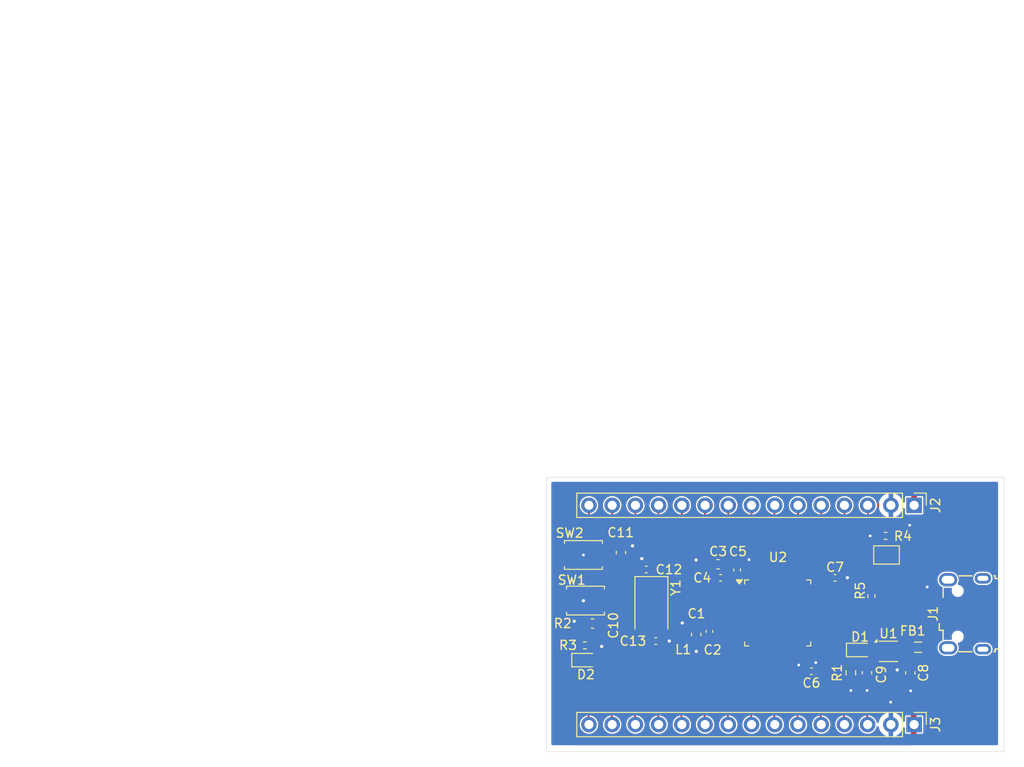
<source format=kicad_pcb>
(kicad_pcb (version 20240108) (generator "pcbnew") (generator_version "8.0")
  (layers (0 "F.Cu" signal) (31 "B.Cu" signal) (34 "B.Paste" user) (35 "F.Paste" user) (36 "B.SilkS" user "B.Silkscreen") (37 "F.SilkS" user "F.Silkscreen") (38 "B.Mask" user) (39 "F.Mask" user) (44 "Edge.Cuts" user))
  (net 0 "")
  (net 1 "GND")
  (net 2 "+5V")
  (net 3 "+3V3")
  (net 4 "+3.3VA")
  (net 5 "NRST")
  (net 6 "/HSE_IN")
  (net 7 "/HSE_OUT")
  (net 8 "Net-(D1-K)")
  (net 9 "Net-(D2-A)")
  (net 10 "Net-(D2-K)")
  (net 11 "VCC")
  (net 15 "USB_D+")
  (net 18 "USB_D-")
  (net 19 "PB9")
  (net 20 "PC13")
  (net 21 "SWDIO")
  (net 22 "PB5")
  (net 23 "PB8")
  (net 24 "PA15")
  (net 25 "PC14")
  (net 26 "PB4")
  (net 27 "PB6")
  (net 28 "SWCLK")
  (net 29 "SWO")
  (net 30 "PB7")
  (net 31 "PC15")
  (net 32 "PA3")
  (net 33 "PA9")
  (net 34 "PB1")
  (net 35 "PB0")
  (net 36 "PB10")
  (net 37 "PA7")
  (net 38 "PA8")
  (net 39 "PA10")
  (net 40 "PB2")
  (net 41 "PA6")
  (net 42 "PB11")
  (net 43 "PA4")
  (net 44 "PA5")
  (net 45 "/BOOT0")
  (net 52 "Net-(U2-PA2)")
  (footprint "Button_Switch_SMD:SW_Push_SPST_NO_Alps_SKRK" (layer "F.Cu") (at 130.0525 88.392499)
    (property "Reference" "SW2")
    (property "Value" "SW_Push")
  )
  (footprint "LED_SMD:LED_0603_1608Metric" (layer "F.Cu") (at 160.305 98.782499)
    (property "Reference" "D1")
    (property "Value" "LED")
  )
  (footprint "Resistor_SMD:R_0402_1005Metric" (layer "F.Cu") (at 163.1 86.3 180)
    (property "Reference" "R4")
    (property "Value" "10k")
  )
  (footprint "Capacitor_SMD:C_0402_1005Metric" (layer "F.Cu") (at 146.86 90.03 90)
    (property "Reference" "C5")
    (property "Value" "100n")
  )
  (footprint "Inductor_SMD:L_0201_0603Metric" (layer "F.Cu") (at 140.92 97.24 90)
    (property "Reference" "L1")
    (property "Value" "27n")
  )
  (footprint "Resistor_SMD:R_0402_1005Metric" (layer "F.Cu") (at 130.22 98.28)
    (property "Reference" "R3")
    (property "Value" "1.5k")
  )
  (footprint "Package_SON:WSON-6-1EP_2x2mm_P0.65mm_EP1x1.6mm" (layer "F.Cu") (at 163.4175 98.932499)
    (property "Reference" "U1")
    (property "Value" "TLV75533PDRV")
  )
  (footprint "LED_SMD:LED_0603_1608Metric" (layer "F.Cu") (at 130.265 99.892499)
    (property "Reference" "D2")
    (property "Value" "LED")
  )
  (footprint "Button_Switch_SMD:SW_Push_SPST_NO_Alps_SKRK" (layer "F.Cu") (at 130.28 93.38)
    (property "Reference" "SW1")
    (property "Value" "SW_Push")
  )
  (footprint "Capacitor_SMD:C_0603_1608Metric" (layer "F.Cu") (at 165.805 101.282499 -90)
    (property "Reference" "C8")
    (property "Value" "1u")
  )
  (footprint "Capacitor_SMD:C_0603_1608Metric" (layer "F.Cu") (at 142.39 97.09 -90)
    (property "Reference" "C1")
    (property "Value" "1u")
  )
  (footprint "Inductor_SMD:L_0805_2012Metric" (layer "F.Cu") (at 166.66 98.48 180)
    (property "Reference" "FB1")
    (property "Value" "100R")
  )
  (footprint "Package_QFP:LQFP-48_7x7mm_P0.5mm" (layer "F.Cu") (at 151.3025 94.729999)
    (property "Reference" "U2")
    (property "Value" "STM32F103C8T6")
  )
  (footprint "Connector_USB:USB_Micro-B_Wuerth_629105150521" (layer "F.Cu") (at 171.79 94.825 90)
    (property "Reference" "J1")
    (property "Value" "USB_B_Micro")
  )
  (footprint "Capacitor_SMD:C_0603_1608Metric" (layer "F.Cu") (at 134.16 88.13 90)
    (property "Reference" "C11")
    (property "Value" "1u")
  )
  (footprint "Jumper:SolderJumper-2_P1.3mm_Open_Pad1.0x1.5mm" (layer "F.Cu") (at 163.2025 88.392499 180)
    (property "Reference" "JP1" (hide yes))
    (property "Value" "SolderJumper_2_Open")
  )
  (footprint "Crystal:Crystal_SMD_5032-2Pin_5.0x3.2mm" (layer "F.Cu") (at 137.49 93.804999 -90)
    (property "Reference" "Y1")
    (property "Value" "8M")
  )
  (footprint "Capacitor_SMD:C_0603_1608Metric" (layer "F.Cu") (at 161.07 101.275 -90)
    (property "Reference" "C9")
    (property "Value" "1u")
  )
  (footprint "Capacitor_SMD:C_0402_1005Metric" (layer "F.Cu") (at 157.5725 90.892499)
    (property "Reference" "C7")
    (property "Value" "100n")
  )
  (footprint "Capacitor_SMD:C_0402_1005Metric" (layer "F.Cu") (at 143.84 96.75 -90)
    (property "Reference" "C2")
    (property "Value" "100n")
  )
  (footprint "Capacitor_SMD:C_0603_1608Metric" (layer "F.Cu") (at 144.78 89.41 180)
    (property "Reference" "C3")
    (property "Value" "4u7")
  )
  (footprint "Connector_PinHeader_2.54mm:PinHeader_1x15_P2.54mm_Vertical" (layer "F.Cu") (at 166.22 82.96 -90)
    (property "Reference" "J2")
    (property "Value" "Conn_01x15")
  )
  (footprint "Resistor_SMD:R_0201_0603Metric" (layer "F.Cu") (at 128.16 96.95)
    (property "Reference" "R2")
    (property "Value" "4.7k")
  )
  (footprint "Capacitor_SMD:C_0603_1608Metric" (layer "F.Cu") (at 131.0525 95.892499 180)
    (property "Reference" "C10")
    (property "Value" "1u")
  )
  (footprint "Capacitor_SMD:C_0402_1005Metric" (layer "F.Cu") (at 145.0525 90.892499 180)
    (property "Reference" "C4")
    (property "Value" "100n")
  )
  (footprint "Capacitor_SMD:C_0402_1005Metric" (layer "F.Cu") (at 136.92 89.98 180)
    (property "Reference" "C12")
    (property "Value" "30p")
  )
  (footprint "Resistor_SMD:R_0603_1608Metric" (layer "F.Cu") (at 159.305 101.282499 -90)
    (property "Reference" "R1")
    (property "Value" "1.5k")
  )
  (footprint "Capacitor_SMD:C_0402_1005Metric" (layer "F.Cu") (at 154.99 101.11)
    (property "Reference" "C6")
    (property "Value" "100n")
  )
  (footprint "Resistor_SMD:R_0402_1005Metric" (layer "F.Cu") (at 161.5525 92.892499 -90)
    (property "Reference" "R5")
    (property "Value" "1k5")
  )
  (footprint "Connector_PinHeader_2.54mm:PinHeader_1x15_P2.54mm_Vertical" (layer "F.Cu") (at 166.22 106.94 -90)
    (property "Reference" "J3")
    (property "Value" "Conn_01x15")
  )
  (footprint "Capacitor_SMD:C_0402_1005Metric" (layer "F.Cu") (at 137.97 97.804999)
    (property "Reference" "C13")
    (property "Value" "30p")
  )
  (gr_line (start 126.04 79.89) (end 126.04 109.89) (stroke (width 0.05)) (layer "Edge.Cuts"))
  (gr_line (start 176.04 79.89) (end 126.04 79.89) (stroke (width 0.05)) (layer "Edge.Cuts"))
  (gr_line (start 176.04 109.892499) (end 176.04 79.892499) (stroke (width 0.05)) (layer "Edge.Cuts"))
  (gr_line (start 126.04 109.89) (end 176.04 109.892499) (stroke (width 0.05)) (layer "Edge.Cuts"))
  (segment (start 148.17 88.9) (end 146.9 88.9) (width 0.15) (layer "F.Cu") (net 1))
  (segment (start 167.6525 92.6425) (end 167.6525 91.892499) (width 0.15) (layer "F.Cu") (net 1))
  (segment (start 159.305 102.107499) (end 159.305 103.22) (width 0.2) (layer "F.Cu") (net 1))
  (segment (start 130.0525 93.392499) (end 127.9525 93.392499) (width 0.2) (layer "F.Cu") (net 1))
  (segment (start 162.98 100.37) (end 163.78 100.37) (width 0.15) (layer "F.Cu") (net 1))
  (segment (start 169.855 93.555) (end 168.565 93.555) (width 0.15) (layer "F.Cu") (net 1))
  (segment (start 146.86 88.94) (end 146.86 89.55) (width 0.15) (layer "F.Cu") (net 1))
  (segment (start 163.6325 106.8925) (end 163.68 106.94) (width 0.2) (layer "F.Cu") (net 1))
  (segment (start 143.84 97.63) (end 143.84 97.23) (width 0.15) (layer "F.Cu") (net 1))
  (segment (start 134.205 87.4) (end 134.16 87.355) (width 0.15) (layer "F.Cu") (net 1))
  (segment (start 142.85 89.41) (end 144.005 89.41) (width 0.2) (layer "F.Cu") (net 1))
  (segment (start 141.220001 95.479999) (end 147.14 95.479999) (width 0.2) (layer "F.Cu") (net 1))
  (segment (start 136.44 88.79) (end 136.44 89.98) (width 0.15) (layer "F.Cu") (net 1))
  (segment (start 148.17 88.9) (end 148.72 88.9) (width 0.15) (layer "F.Cu") (net 1))
  (segment (start 129.3025 95.892499) (end 129.0525 95.642499) (width 0.15) (layer "F.Cu") (net 1))
  (segment (start 130.2775 95.892499) (end 129.3025 95.892499) (width 0.15) (layer "F.Cu") (net 1))
  (segment (start 149.0525 89.2325) (end 149.0525 90.567499) (width 0.15) (layer "F.Cu") (net 1))
  (segment (start 143.605 97.865) (end 143.84 97.63) (width 0.15) (layer "F.Cu") (net 1))
  (segment (start 165.73 85.14) (end 164.66 85.14) (width 0.15) (layer "F.Cu") (net 1))
  (segment (start 158.92 90.88) (end 158.064999 90.88) (width 0.2) (layer "F.Cu") (net 1))
  (segment (start 140.87 95.83) (end 141.220001 95.479999) (width 0.2) (layer "F.Cu") (net 1))
  (segment (start 142.39 98.93) (end 142.4 98.94) (width 0.15) (layer "F.Cu") (net 1))
  (segment (start 131.940001 98.28) (end 132.0525 98.392499) (width 0.15) (layer "F.Cu") (net 1))
  (segment (start 164.37 100.96) (end 164.37 100.54) (width 0.15) (layer "F.Cu") (net 1))
  (segment (start 161.07 103.21) (end 161.07 102.05) (width 0.15) (layer "F.Cu") (net 1))
  (segment (start 153.5525 100.38) (end 153.5525 98.892499) (width 0.2) (layer "F.Cu") (net 1))
  (segment (start 165.805 102.057499) (end 165.805 103.215) (width 0.2) (layer "F.Cu") (net 1))
  (segment (start 153.6025 100.43) (end 153.5525 100.38) (width 0.2) (layer "F.Cu") (net 1))
  (segment (start 162.53 99.92) (end 162.98 100.37) (width 0.15) (layer "F.Cu") (net 1))
  (segment (start 163.6325 104.51) (end 163.6325 106.8925) (width 0.2) (layer "F.Cu") (net 1))
  (segment (start 144.005 90.815) (end 144.005 89.41) (width 0.2) (layer "F.Cu") (net 1))
  (segment (start 158.064999 90.88) (end 158.0525 90.892499) (width 0.2) (layer "F.Cu") (net 1))
  (segment (start 144.5725 90.892499) (end 144.082499 90.892499) (width 0.2) (layer "F.Cu") (net 1))
  (segment (start 164.2 100.37) (end 163.78 100.37) (width 0.15) (layer "F.Cu") (net 1))
  (segment (start 155.465 92.479999) (end 157.440001 92.479999) (width 0.15) (layer "F.Cu") (net 1))
  (segment (start 144.5725 90.892499) (end 144.5725 90.687499) (width 0.2) (layer "F.Cu") (net 1))
  (segment (start 165.805 103.215) (end 165.84 103.25) (width 0.2) (layer "F.Cu") (net 1))
  (segment (start 130.092499 88.392499) (end 130.0525 88.392499) (width 0.2) (layer "F.Cu") (net 1))
  (segment (start 142.38 88.94) (end 142.85 89.41) (width 0.2) (layer "F.Cu") (net 1))
  (segment (start 143.605 97.865) (end 142.39 97.865) (width 0.15) (layer "F.Cu") (net 1))
  (segment (start 127.9525 88.392499) (end 130.0525 88.392499) (width 0.2) (layer "F.Cu") (net 1))
  (segment (start 164.37 100.54) (end 164.2 100.37) (width 0.15) (layer "F.Cu") (net 1))
  (segment (start 144.082499 90.892499) (end 144.005 90.815) (width 0.2) (layer "F.Cu") (net 1))
  (segment (start 164.66 85.14) (end 163.68 84.16) (width 0.15) (layer "F.Cu") (net 1))
  (segment (start 139.5025 97.862499) (end 139.445 97.804999) (width 0.2) (layer "F.Cu") (net 1))
  (segment (start 158.0525 91.8675) (end 158.0525 90.892499) (width 0.15) (layer "F.Cu") (net 1))
  (segment (start 130.602499 98.28) (end 131.940001 98.28) (width 0.15) (layer "F.Cu") (net 1))
  (segment (start 139.445 97.804999) (end 138.45 97.804999) (width 0.2) (layer "F.Cu") (net 1))
  (segment (start 163.68 84.16) (end 163.68 82.96) (width 0.15) (layer "F.Cu") (net 1))
  (segment (start 148.72 88.9) (end 149.0525 89.2325) (width 0.15) (layer "F.Cu") (net 1))
  (segment (start 142.39 97.865) (end 142.39 98.93) (width 0.15) (layer "F.Cu") (net 1))
  (segment (start 155.4625 100.16) (end 155.4625 101.1025) (width 0.15) (layer "F.Cu") (net 1))
  (segment (start 161.41 86.3) (end 162.59 86.3) (width 0.2) (layer "F.Cu") (net 1))
  (segment (start 155.4625 101.1025) (end 155.47 101.11) (width 0.15) (layer "F.Cu") (net 1))
  (segment (start 162.53 99.582499) (end 162.53 99.92) (width 0.15) (layer "F.Cu") (net 1))
  (segment (start 163.6525 104.49) (end 163.6325 104.51) (width 0.2) (layer "F.Cu") (net 1))
  (segment (start 157.440001 92.479999) (end 158.0525 91.8675) (width 0.15) (layer "F.Cu") (net 1))
  (segment (start 168.565 93.555) (end 167.6525 92.6425) (width 0.15) (layer "F.Cu") (net 1))
  (segment (start 163.78 100.37) (end 163.4175 100.0075) (width 0.15) (layer "F.Cu") (net 1))
  (segment (start 146.9 88.9) (end 146.86 88.94) (width 0.15) (layer "F.Cu") (net 1))
  (segment (start 163.4175 100.0075) (end 163.4175 98.932499) (width 0.15) (layer "F.Cu") (net 1))
  (segment (start 135.42 87.4) (end 134.205 87.4) (width 0.15) (layer "F.Cu") (net 1))
  (via (at 142.4 98.94) (size 0.6) (drill 0.35) (layers "F.Cu" "B.Cu") (net 1))
  (via (at 135.42 87.4) (size 0.6) (drill 0.35) (layers "F.Cu" "B.Cu") (net 1))
  (via (at 165.73 85.14) (size 0.6) (drill 0.3) (layers "F.Cu" "B.Cu") (net 1))
  (via (at 130.0525 93.392499) (size 0.6) (drill 0.35) (layers "F.Cu" "B.Cu") (net 1))
  (via (at 148.17 88.9) (size 0.6) (drill 0.3) (layers "F.Cu" "B.Cu") (net 1))
  (via (at 161.07 103.21) (size 0.6) (drill 0.3) (layers "F.Cu" "B.Cu") (net 1))
  (via (at 165.84 103.25) (size 0.6) (drill 0.3) (layers "F.Cu" "B.Cu") (net 1))
  (via (at 167.6525 91.892499) (size 0.6) (drill 0.3) (layers "F.Cu" "B.Cu") (net 1))
  (via (at 136.44 88.79) (size 0.6) (drill 0.35) (layers "F.Cu" "B.Cu") (net 1))
  (via (at 155.4625 100.16) (size 0.6) (drill 0.3) (layers "F.Cu" "B.Cu") (net 1))
  (via (at 161.41 86.3) (size 0.6) (drill 0.3) (layers "F.Cu" "B.Cu") (net 1))
  (via (at 139.445 97.804999) (size 0.6) (drill 0.35) (layers "F.Cu" "B.Cu") (net 1))
  (via (at 142.38 88.94) (size 0.6) (drill 0.35) (layers "F.Cu" "B.Cu") (net 1))
  (via (at 153.6025 100.43) (size 0.6) (drill 0.3) (layers "F.Cu" "B.Cu") (net 1))
  (via (at 129.0525 95.642499) (size 0.6) (drill 0.35) (layers "F.Cu" "B.Cu") (net 1))
  (via (at 159.305 103.22) (size 0.6) (drill 0.3) (layers "F.Cu" "B.Cu") (net 1))
  (via (at 132.0525 98.392499) (size 0.6) (drill 0.35) (layers "F.Cu" "B.Cu") (net 1))
  (via (at 163.6525 104.49) (size 0.6) (drill 0.3) (layers "F.Cu" "B.Cu") (net 1))
  (via (at 158.92 90.88) (size 0.6) (drill 0.35) (layers "F.Cu" "B.Cu") (net 1))
  (via (at 164.37 100.96) (size 0.6) (drill 0.35) (layers "F.Cu" "B.Cu") (net 1))
  (via (at 140.87 95.83) (size 0.6) (drill 0.35) (layers "F.Cu" "B.Cu") (net 1))
  (via (at 130.0525 88.392499) (size 0.6) (drill 0.3) (layers "F.Cu" "B.Cu") (net 1))
  (segment (start 165.399999 98.282499) (end 165.5975 98.48) (width 0.15) (layer "F.Cu") (net 2))
  (segment (start 165.5975 98.48) (end 165.5975 100.299999) (width 0.15) (layer "F.Cu") (net 2))
  (segment (start 164.305 99.582499) (end 164.88 99.582499) (width 0.2) (layer "F.Cu") (net 2))
  (segment (start 164.305 98.282499) (end 165.399999 98.282499) (width 0.15) (layer "F.Cu") (net 2))
  (segment (start 164.88 99.582499) (end 165.805 100.507499) (width 0.2) (layer "F.Cu") (net 2))
  (segment (start 165.5975 100.299999) (end 165.805 100.507499) (width 0.15) (layer "F.Cu") (net 2))
  (segment (start 127.84 96.95) (end 126.99 96.95) (width 0.15) (layer "F.Cu") (net 3))
  (segment (start 165.642499 80.892499) (end 165.88 81.13) (width 0.6) (layer "F.Cu") (net 3))
  (segment (start 161.0925 100.294999) (end 161.305 100.507499) (width 0.2) (layer "F.Cu") (net 3))
  (segment (start 165.88 81.13) (end 166.22 81.47) (width 0.6) (layer "F.Cu") (net 3))
  (segment (start 126.95 106.64) (end 129.202499 108.892499) (width 0.6) (layer "F.Cu") (net 3))
  (segment (start 132.78 91) (end 133.9275 92.1475) (width 0.3) (layer "F.Cu") (net 3))
  (segment (start 145.5325 90.892499) (end 145.917501 90.892499) (width 0.2) (layer "F.Cu") (net 3))
  (segment (start 162.5525 88.392499) (end 162.5525 88.942499) (width 0.2) (layer "F.Cu") (net 3))
  (segment (start 166.034339 104.61) (end 164.819339 103.395) (width 0.6) (layer "F.Cu") (net 3))
  (segment (start 126.95 106.64) (end 126.95 96.91) (width 0.6) (layer "F.Cu") (net 3))
  (segment (start 126.95 82.452499) (end 128.51 80.892499) (width 0.6) (layer "F.Cu") (net 3))
  (segment (start 161.5925 98.282499) (end 161.0925 98.782499) (width 0.4) (layer "F.Cu") (net 3))
  (segment (start 135.097499 99.067499) (end 139.842501 99.067499) (width 0.3) (layer "F.Cu") (net 3))
  (segment (start 168.904999 104.61) (end 166.1725 104.61) (width 0.6) (layer "F.Cu") (net 3))
  (segment (start 145.5325 89.4325) (end 145.555 89.41) (width 0.2) (layer "F.Cu") (net 3))
  (segment (start 166.53 90.42) (end 163.230001 90.42) (width 0.6) (layer "F.Cu") (net 3))
  (segment (start 161.305 98.994999) (end 161.0925 98.782499) (width 0.2) (layer "F.Cu") (net 3))
  (segment (start 154.8 102.75) (end 154.51 102.46) (width 0.2) (layer "F.Cu") (net 3))
  (segment (start 157.1275 90.067499) (end 158.794999 88.4) (width 0.3) (layer "F.Cu") (net 3))
  (segment (start 165.657501 108.892499) (end 155.0525 108.892499) (width 0.6) (layer "F.Cu") (net 3))
  (segment (start 126.95 96.91) (end 126.95 82.452499) (width 0.6) (layer "F.Cu") (net 3))
  (segment (start 162.5525 89.742499) (end 162.5525 88.392499) (width 0.6) (layer "F.Cu") (net 3))
  (segment (start 163.27 101.61) (end 162.095 100.435) (width 0.6) (layer "F.Cu") (net 3))
  (segment (start 146.3 90.51) (end 146.86 90.51) (width 0.2) (layer "F.Cu") (net 3))
  (segment (start 161.5925 98.282499) (end 162.53 98.282499) (width 0.4) (layer "F.Cu") (net 3))
  (segment (start 168.46 85.92) (end 166.53 87.85) (width 0.6) (layer "F.Cu") (net 3))
  (segment (start 133.9275 92.1475) (end 133.9275 97.8975) (width 0.3) (layer "F.Cu") (net 3))
  (segment (start 166.53 87.85) (end 166.53 90.42) (width 0.6) (layer "F.Cu") (net 3))
  (segment (start 147.03 90.48) (end 148.465001 90.48) (width 0.15) (layer "F.Cu") (net 3))
  (segment (start 154.51 102.46) (end 154.51 101.11) (width 0.2) (layer "F.Cu") (net 3))
  (segment (start 171.9475 85.92) (end 168.46 85.92) (width 0.6) (layer "F.Cu") (net 3))
  (segment (start 169.242499 80.892499) (end 171.9475 83.5975) (width 0.6) (layer "F.Cu") (net 3))
  (segment (start 156.965 91.979999) (end 157.0925 91.852499) (width 0.2) (layer "F.Cu") (net 3))
  (segment (start 161.07 100.435) (end 161.07 98.804999) (width 0.6) (layer "F.Cu") (net 3))
  (segment (start 155.465 91.979999) (end 156.965 91.979999) (width 0.2) (layer "F.Cu") (net 3))
  (segment (start 171.9475 101.567499) (end 168.904999 104.61) (width 0.6) (layer "F.Cu") (net 3))
  (segment (start 164.819339 103.395) (end 163.27 103.395) (width 0.6) (layer "F.Cu") (net 3))
  (segment (start 162.095 100.435) (end 161.07 100.435) (width 0.6) (layer "F.Cu") (net 3))
  (segment (start 162.91 92.382499) (end 161.5525 92.382499) (width 0.3) (layer "F.Cu") (net 3))
  (segment (start 161.07 98.804999) (end 161.0925 98.782499) (width 0.6) (layer "F.Cu") (net 3))
  (segment (start 154.0525 100.0425) (end 154.51 100.5) (width 0.15) (layer "F.Cu") (net 3))
  (segment (start 158.794999 88.4) (end 162.544999 88.4) (width 0.3) (layer "F.Cu") (net 3))
  (segment (start 162.91 90.42) (end 162.91 92.382499) (width 0.3) (layer "F.Cu") (net 3))
  (segment (start 166.53 90.42) (end 162.91 90.42) (width 0.3) (layer "F.Cu") (net 3))
  (segment (start 145.5325 91.872499) (end 145.5325 90.892499) (width 0.2) (layer "F.Cu") (net 3))
  (segment (start 163.230001 90.42) (end 162.5525 89.742499) (width 0.6) (layer "F.Cu") (net 3))
  (segment (start 163.27 103.395) (end 163.27 101.61) (width 0.6) (layer "F.Cu") (net 3))
  (segment (start 165.642499 80.892499) (end 169.242499 80.892499) (width 0.6) (layer "F.Cu") (net 3))
  (segment (start 126.99 96.95) (end 126.95 96.91) (width 0.15) (layer "F.Cu") (net 3))
  (segment (start 157.0925 90.682499) (end 157.1275 90.647499) (width 0.2) (layer "F.Cu") (net 3))
  (segment (start 129.202499 108.892499) (end 155.0525 108.892499) (width 0.6) (layer "F.Cu") (net 3))
  (segment (start 154.51 100.5) (end 154.51 101.11) (width 0.15) (layer "F.Cu") (net 3))
  (segment (start 136.0525 80.892499) (end 165.642499 80.892499) (width 0.6) (layer "F.Cu") (net 3))
  (segment (start 145.64 91.979999) (end 145.5325 91.872499) (width 0.2) (layer "F.Cu") (net 3))
  (segment (start 145.64 91.979999) (end 144.139999 91.979999) (width 0.2) (layer "F.Cu") (net 3))
  (segment (start 140.92 97.99) (end 140.92 97.56) (width 0.3) (layer "F.Cu") (net 3))
  (segment (start 154.0525 98.892499) (end 154.0525 100.0425) (width 0.15) (layer "F.Cu") (net 3))
  (segment (start 137.01 81.849999) (end 136.0525 80.892499) (width 0.2) (layer "F.Cu") (net 3))
  (segment (start 148.465001 90.48) (end 148.5525 90.567499) (width 0.15) (layer "F.Cu") (net 3))
  (segment (start 127.08 91) (end 132.78 91) (width 0.3) (layer "F.Cu") (net 3))
  (segment (start 145.472499 89.392499) (end 145.5325 89.4525) (width 0.2) (layer "F.Cu") (net 3))
  (segment (start 171.9475 83.5975) (end 171.9475 85.92) (width 0.6) (layer "F.Cu") (net 3))
  (segment (start 157.0925 91.852499) (end 157.0925 90.892499) (width 0.2) (layer "F.Cu") (net 3))
  (segment (start 166.22 81.47) (end 166.22 82.96) (width 0.6) (layer "F.Cu") (net 3))
  (segment (start 128.51 80.892499) (end 136.0525 80.892499) (width 0.6) (layer "F.Cu") (net 3))
  (segment (start 145.5325 90.892499) (end 145.5325 89.4325) (width 0.2) (layer "F.Cu") (net 3))
  (segment (start 137.01 84.85) (end 137.01 81.849999) (width 0.2) (layer "F.Cu") (net 3))
  (segment (start 139.842501 99.067499) (end 140.92 97.99) (width 0.3) (layer "F.Cu") (net 3))
  (segment (start 162.544999 88.4) (end 162.5525 88.392499) (width 0.25) (layer "F.Cu") (net 3))
  (segment (start 144.139999 91.979999) (end 137.01 84.85) (width 0.2) (layer "F.Cu") (net 3))
  (segment (start 154.8 108.639999) (end 154.8 102.75) (width 0.2) (layer "F.Cu") (net 3))
  (segment (start 166.1725 108.3775) (end 165.657501 108.892499) (width 0.6) (layer "F.Cu") (net 3))
  (segment (start 166.1725 104.61) (end 166.1725 108.3775) (width 0.6) (layer "F.Cu") (net 3))
  (segment (start 145.917501 90.892499) (end 146.3 90.51) (width 0.2) (layer "F.Cu") (net 3))
  (segment (start 166.1725 104.61) (end 166.034339 104.61) (width 0.6) (layer "F.Cu") (net 3))
  (segment (start 171.9475 85.92) (end 171.9475 101.567499) (width 0.6) (layer "F.Cu") (net 3))
  (segment (start 157.0925 90.892499) (end 157.0925 90.682499) (width 0.2) (layer "F.Cu") (net 3))
  (segment (start 155.0525 108.892499) (end 154.8 108.639999) (width 0.2) (layer "F.Cu") (net 3))
  (segment (start 133.9275 97.8975) (end 135.097499 99.067499) (width 0.3) (layer "F.Cu") (net 3))
  (segment (start 157.1275 90.647499) (end 157.1275 90.067499) (width 0.3) (layer "F.Cu") (net 3))
  (segment (start 147.14 91.979999) (end 145.64 91.979999) (width 0.2) (layer "F.Cu") (net 3))
  (segment (start 143.84 96.27) (end 144.98 96.27) (width 0.15) (layer "F.Cu") (net 4))
  (segment (start 141.875 96.365) (end 141.32 96.92) (width 0.15) (layer "F.Cu") (net 4))
  (segment (start 143.795 96.315) (end 143.84 96.27) (width 0.15) (layer "F.Cu") (net 4))
  (segment (start 142.39 96.315) (end 143.795 96.315) (width 0.15) (layer "F.Cu") (net 4))
  (segment (start 141.32 96.92) (end 140.92 96.92) (width 0.15) (layer "F.Cu") (net 4))
  (segment (start 145.270002 95.979998) (end 147.14 95.979998) (width 0.15) (layer "F.Cu") (net 4))
  (segment (start 144.98 96.27) (end 145.270002 95.979998) (width 0.15) (layer "F.Cu") (net 4))
  (segment (start 142.41 96.365) (end 141.875 96.365) (width 0.15) (layer "F.Cu") (net 4))
  (segment (start 133.072499 88.722499) (end 133.255 88.905) (width 0.2) (layer "F.Cu") (net 5))
  (segment (start 140.0525 95.5075) (end 140.0525 98.0975) (width 0.2) (layer "F.Cu") (net 5))
  (segment (start 140.580001 94.979999) (end 140.0525 95.5075) (width 0.2) (layer "F.Cu") (net 5))
  (segment (start 139.59 98.56) (end 135.99 98.56) (width 0.2) (layer "F.Cu") (net 5))
  (segment (start 133.255 88.905) (end 134.16 88.905) (width 0.2) (layer "F.Cu") (net 5))
  (segment (start 147.14 94.979999) (end 140.580001 94.979999) (width 0.2) (layer "F.Cu") (net 5))
  (segment (start 134.16 90.23) (end 134.16 88.905) (width 0.2) (layer "F.Cu") (net 5))
  (segment (start 132.1525 88.392499) (end 133.072499 88.392499) (width 0.2) (layer "F.Cu") (net 5))
  (segment (start 135.99 98.56) (end 134.65 97.22) (width 0.2) (layer "F.Cu") (net 5))
  (segment (start 133.072499 88.392499) (end 133.072499 88.722499) (width 0.2) (layer "F.Cu") (net 5))
  (segment (start 140.0525 98.0975) (end 139.59 98.56) (width 0.2) (layer "F.Cu") (net 5))
  (segment (start 134.65 97.22) (end 134.65 90.72) (width 0.2) (layer "F.Cu") (net 5))
  (segment (start 134.65 90.72) (end 134.16 90.23) (width 0.2) (layer "F.Cu") (net 5))
  (segment (start 139.394999 91.954999) (end 141.419999 93.979999) (width 0.2) (layer "F.Cu") (net 6))
  (segment (start 137.49 91.954999) (end 139.394999 91.954999) (width 0.2) (layer "F.Cu") (net 6))
  (segment (start 137.51 89.804999) (end 137.51 91.934999) (width 0.2) (layer "F.Cu") (net 6))
  (segment (start 137.51 91.934999) (end 137.49 91.954999) (width 0.2) (layer "F.Cu") (net 6))
  (segment (start 141.419999 93.979999) (end 147.14 93.979999) (width 0.2) (layer "F.Cu") (net 6))
  (segment (start 137.49 91.954999) (end 137.5525 91.892499) (width 0.2) (layer "F.Cu") (net 6))
  (segment (start 147.1075 94.512499) (end 147.14 94.479999) (width 0.2) (layer "F.Cu") (net 7))
  (segment (start 139.305001 95.654999) (end 140.447501 94.512499) (width 0.2) (layer "F.Cu") (net 7))
  (segment (start 137.49 95.654999) (end 137.49 97.804999) (width 0.2) (layer "F.Cu") (net 7))
  (segment (start 140.447501 94.512499) (end 147.1075 94.512499) (width 0.2) (layer "F.Cu") (net 7))
  (segment (start 137.49 95.654999) (end 139.305001 95.654999) (width 0.2) (layer "F.Cu") (net 7))
  (segment (start 159.5175 99.75) (end 159.5175 100.244999) (width 0.15) (layer "F.Cu") (net 8))
  (segment (start 159.5175 98.782499) (end 159.5175 99.75) (width 0.15) (layer "F.Cu") (net 8))
  (segment (start 159.5175 100.244999) (end 159.305 100.457499) (width 0.15) (layer "F.Cu") (net 8))
  (segment (start 147.14 96.979999) (end 145.665 96.979999) (width 0.2) (layer "F.Cu") (net 9))
  (segment (start 132.527501 99.592499) (end 132.227501 99.892499) (width 0.2) (layer "F.Cu") (net 9))
  (segment (start 145.665 96.979999) (end 143.0525 99.592499) (width 0.2) (layer "F.Cu") (net 9))
  (segment (start 132.227501 99.892499) (end 131.0525 99.892499) (width 0.2) (layer "F.Cu") (net 9))
  (segment (start 143.0525 99.592499) (end 132.527501 99.592499) (width 0.2) (layer "F.Cu") (net 9))
  (segment (start 129.4775 99.892499) (end 129.4775 98.614999) (width 0.2) (layer "F.Cu") (net 10))
  (segment (start 167.7225 98.48) (end 167.7225 96.9075) (width 0.25) (layer "F.Cu") (net 11))
  (segment (start 167.7225 96.9075) (end 168.505 96.125) (width 0.25) (layer "F.Cu") (net 11))
  (segment (start 168.505 96.125) (end 169.89 96.125) (width 0.25) (layer "F.Cu") (net 11))
  (segment (start 168.879999 94.855) (end 169.855 94.855) (width 0.2) (layer "F.Cu") (net 15))
  (segment (start 156.0525 93.48) (end 156.0775 93.505) (width 0.2) (layer "F.Cu") (net 15))
  (segment (start 156.571251 93.48) (end 156.596251 93.505) (width 0.2) (layer "F.Cu") (net 15))
  (segment (start 156.596251 93.505) (end 164.1232 93.505) (width 0.2) (layer "F.Cu") (net 15))
  (segment (start 155.465 93.48) (end 156.571251 93.48) (width 0.2) (layer "F.Cu") (net 15))
  (segment (start 165.5732 94.955) (end 168.779999 94.955) (width 0.2) (layer "F.Cu") (net 15))
  (segment (start 164.1232 93.505) (end 165.5732 94.955) (width 0.2) (layer "F.Cu") (net 15))
  (segment (start 168.779999 94.955) (end 168.879999 94.855) (width 0.2) (layer "F.Cu") (net 15))
  (segment (start 156.571251 93.979999) (end 156.596251 93.954999) (width 0.2) (layer "F.Cu") (net 18))
  (segment (start 165.3868 95.405) (end 168.779999 95.405) (width 0.2) (layer "F.Cu") (net 18))
  (segment (start 156.596251 93.954999) (end 163.936799 93.954999) (width 0.2) (layer "F.Cu") (net 18))
  (segment (start 168.779999 95.405) (end 168.879999 95.505) (width 0.2) (layer "F.Cu") (net 18))
  (segment (start 163.936799 93.954999) (end 165.3868 95.405) (width 0.2) (layer "F.Cu") (net 18))
  (segment (start 155.465 93.979999) (end 156.571251 93.979999) (width 0.2) (layer "F.Cu") (net 18))
  (segment (start 168.879999 95.505) (end 169.855 95.505) (width 0.2) (layer "F.Cu") (net 18))
  (segment (start 156.0525 93.979999) (end 156.0775 93.954999) (width 0.2) (layer "F.Cu") (net 18))
  (segment (start 138.26 82.98) (end 138.26 84.73) (width 0.2) (layer "F.Cu") (net 19))
  (segment (start 141.282499 87.752499) (end 148.3025 87.752499) (width 0.2) (layer "F.Cu") (net 19))
  (segment (start 138.28 82.96) (end 138.26 82.98) (width 0.2) (layer "F.Cu") (net 19))
  (segment (start 148.3025 87.752499) (end 149.5525 89.002499) (width 0.2) (layer "F.Cu") (net 19))
  (segment (start 149.5525 89.002499) (end 149.5525 90.567499) (width 0.2) (layer "F.Cu") (net 19))
  (segment (start 138.26 84.73) (end 141.282499 87.752499) (width 0.2) (layer "F.Cu") (net 19))
  (segment (start 143.329999 92.479999) (end 135.73 84.88) (width 0.2) (layer "F.Cu") (net 20))
  (segment (start 135.73 82.97) (end 135.74 82.96) (width 0.2) (layer "F.Cu") (net 20))
  (segment (start 147.14 92.479999) (end 143.329999 92.479999) (width 0.2) (layer "F.Cu") (net 20))
  (segment (start 135.73 84.88) (end 135.73 82.97) (width 0.2) (layer "F.Cu") (net 20))
  (segment (start 161.16 84.85) (end 161.16 82.98) (width 0.15) (layer "F.Cu") (net 21))
  (segment (start 154.0525 92.642499) (end 154.0525 91.9575) (width 0.15) (layer "F.Cu") (net 21))
  (segment (start 161.3225 83.368845) (end 161.3225 82.416153) (width 0.2) (layer "F.Cu") (net 21))
  (segment (start 161.16 82.98) (end 161.14 82.96) (width 0.15) (layer "F.Cu") (net 21))
  (segment (start 154.39 92.979999) (end 154.0525 92.642499) (width 0.15) (layer "F.Cu") (net 21))
  (segment (start 154.0525 91.9575) (end 161.16 84.85) (width 0.15) (layer "F.Cu") (net 21))
  (segment (start 155.465 92.979999) (end 154.39 92.979999) (width 0.15) (layer "F.Cu") (net 21))
  (segment (start 155.465 92.979999) (end 155.595 92.979999) (width 0.15) (layer "F.Cu") (net 21))
  (segment (start 152.0525 88.397524) (end 148.44 84.785024) (width 0.2) (layer "F.Cu") (net 22))
  (segment (start 148.44 84.785024) (end 148.44 82.96) (width 0.2) (layer "F.Cu") (net 22))
  (segment (start 152.0525 90.567499) (end 152.0525 88.397524) (width 0.2) (layer "F.Cu") (net 22))
  (segment (start 150.052501 88.8125) (end 148.1325 86.892499) (width 0.2) (layer "F.Cu") (net 23))
  (segment (start 142.962499 86.892499) (end 140.82 84.75) (width 0.2) (layer "F.Cu") (net 23))
  (segment (start 140.82 84.75) (end 140.82 82.96) (width 0.2) (layer "F.Cu") (net 23))
  (segment (start 150.052501 90.567499) (end 150.052501 88.8125) (width 0.2) (layer "F.Cu") (net 23))
  (segment (start 148.1325 86.892499) (end 142.962499 86.892499) (width 0.2) (layer "F.Cu") (net 23))
  (segment (start 156.06 85.43) (end 153.5525 87.9375) (width 0.2) (layer "F.Cu") (net 24))
  (segment (start 156.06 82.96) (end 156.06 85.43) (width 0.2) (layer "F.Cu") (net 24))
  (segment (start 153.5525 87.9375) (end 153.5525 90.567499) (width 0.2) (layer "F.Cu") (net 24))
  (segment (start 133.81 85.51) (end 133.2 84.9) (width 0.2) (layer "F.Cu") (net 25))
  (segment (start 147.14 92.979999) (end 142.779999 92.979999) (width 0.2) (layer "F.Cu") (net 25))
  (segment (start 135.31 85.51) (end 133.81 85.51) (width 0.2) (layer "F.Cu") (net 25))
  (segment (start 133.2 84.9) (end 133.2 82.96) (width 0.2) (layer "F.Cu") (net 25))
  (segment (start 142.779999 92.979999) (end 135.31 85.51) (width 0.2) (layer "F.Cu") (net 25))
  (segment (start 150.95 86.37) (end 150.95 82.99) (width 0.2) (layer "F.Cu") (net 26))
  (segment (start 152.552499 90.567499) (end 152.552499 87.972499) (width 0.2) (layer "F.Cu") (net 26))
  (segment (start 152.552499 87.972499) (end 150.95 86.37) (width 0.2) (layer "F.Cu") (net 26))
  (segment (start 150.95 82.99) (end 150.98 82.96) (width 0.2) (layer "F.Cu") (net 26))
  (segment (start 148.5525 85.392499) (end 151.5525 88.392499) (width 0.2) (layer "F.Cu") (net 27))
  (segment (start 145.9 84.73) (end 146.562499 85.392499) (width 0.2) (layer "F.Cu") (net 27))
  (segment (start 145.9 82.96) (end 145.9 84.73) (width 0.2) (layer "F.Cu") (net 27))
  (segment (start 146.562499 85.392499) (end 148.5525 85.392499) (width 0.2) (layer "F.Cu") (net 27))
  (segment (start 151.5525 88.392499) (end 151.5525 90.567499) (width 0.2) (layer "F.Cu") (net 27))
  (segment (start 154.0525 90.567499) (end 154.0525 89.0275) (width 0.2) (layer "F.Cu") (net 28))
  (segment (start 158.6 84.48) (end 158.6 82.96) (width 0.2) (layer "F.Cu") (net 28))
  (segment (start 154.0525 89.0275) (end 158.6 84.48) (width 0.2) (layer "F.Cu") (net 28))
  (segment (start 153.52 84.45) (end 153.52 82.96) (width 0.2) (layer "F.Cu") (net 29))
  (segment (start 153.0525 84.9425) (end 153.04 84.93) (width 0.2) (layer "F.Cu") (net 29))
  (segment (start 153.04 84.93) (end 153.52 84.45) (width 0.2) (layer "F.Cu") (net 29))
  (segment (start 153.0525 90.567499) (end 153.0525 84.9425) (width 0.2) (layer "F.Cu") (net 29))
  (segment (start 151.0525 88.458185) (end 148.519657 85.925342) (width 0.2) (layer "F.Cu") (net 30))
  (segment (start 143.36 84.79) (end 143.36 82.96) (width 0.2) (layer "F.Cu") (net 30))
  (segment (start 143.36 82.96) (end 143.017501 83.302499) (width 0.2) (layer "F.Cu") (net 30))
  (segment (start 151.0525 90.567499) (end 151.0525 88.458185) (width 0.2) (layer "F.Cu") (net 30))
  (segment (start 144.495342 85.925342) (end 143.36 84.79) (width 0.2) (layer "F.Cu") (net 30))
  (segment (start 148.519657 85.925342) (end 144.495342 85.925342) (width 0.2) (layer "F.Cu") (net 30))
  (segment (start 132 86.24) (end 130.66 84.9) (width 0.2) (layer "F.Cu") (net 31))
  (segment (start 135.21 86.24) (end 132 86.24) (width 0.2) (layer "F.Cu") (net 31))
  (segment (start 130.66 84.9) (end 130.66 82.96) (width 0.2) (layer "F.Cu") (net 31))
  (segment (start 142.45 93.48) (end 135.21 86.24) (width 0.2) (layer "F.Cu") (net 31))
  (segment (start 147.14 93.48) (end 142.45 93.48) (width 0.2) (layer "F.Cu") (net 31))
  (segment (start 130.6125 106.8925) (end 130.66 106.94) (width 0.2) (layer "F.Cu") (net 32))
  (segment (start 148.5525 100.392499) (end 134.797501 100.392499) (width 0.2) (layer "F.Cu") (net 32))
  (segment (start 130.6125 104.5775) (end 130.6125 106.8925) (width 0.2) (layer "F.Cu") (net 32))
  (segment (start 148.5525 98.892499) (end 148.5525 100.392499) (width 0.2) (layer "F.Cu") (net 32))
  (segment (start 134.797501 100.392499) (end 130.6125 104.5775) (width 0.2) (layer "F.Cu") (net 32))
  (segment (start 156.4125 102.5125) (end 158.5525 104.6525) (width 0.2) (layer "F.Cu") (net 33))
  (segment (start 157.4525 95.182499) (end 157.4525 98.852499) (width 0.2) (layer "F.Cu") (net 33))
  (segment (start 158.5525 106.8925) (end 158.6 106.94) (width 0.2) (layer "F.Cu") (net 33))
  (segment (start 155.465 94.979999) (end 157.25 94.979999) (width 0.2) (layer "F.Cu") (net 33))
  (segment (start 156.4125 99.892499) (end 156.4125 102.5125) (width 0.2) (layer "F.Cu") (net 33))
  (segment (start 157.4525 98.852499) (end 156.4125 99.892499) (width 0.2) (layer "F.Cu") (net 33))
  (segment (start 157.25 94.979999) (end 157.4525 95.182499) (width 0.2) (layer "F.Cu") (net 33))
  (segment (start 158.5525 104.6525) (end 158.5525 106.8925) (width 0.2) (layer "F.Cu") (net 33))
  (segment (start 151.5525 98.892499) (end 151.5525 103.392499) (width 0.2) (layer "F.Cu") (net 34))
  (segment (start 145.8525 106.8925) (end 145.9 106.94) (width 0.2) (layer "F.Cu") (net 34))
  (segment (start 146.967501 103.392499) (end 145.8525 104.5075) (width 0.2) (layer "F.Cu") (net 34))
  (segment (start 151.5525 103.392499) (end 146.967501 103.392499) (width 0.2) (layer "F.Cu") (net 34))
  (segment (start 145.8525 104.5075) (end 145.8525 106.8925) (width 0.2) (layer "F.Cu") (net 34))
  (segment (start 151.0525 102.892499) (end 144.967501 102.892499) (width 0.2) (layer "F.Cu") (net 35))
  (segment (start 143.3125 104.5475) (end 143.3125 106.8925) (width 0.2) (layer "F.Cu") (net 35))
  (segment (start 151.0525 98.892499) (end 151.0525 102.892499) (width 0.2) (layer "F.Cu") (net 35))
  (segment (start 144.967501 102.892499) (end 143.3125 104.5475) (width 0.2) (layer "F.Cu") (net 35))
  (segment (start 143.3125 106.8925) (end 143.36 106.94) (width 0.2) (layer "F.Cu") (net 35))
  (segment (start 152.044999 104.4) (end 151.17 104.4) (width 0.2) (layer "F.Cu") (net 36))
  (segment (start 150.9325 106.8925) (end 150.98 106.94) (width 0.2) (layer "F.Cu") (net 36))
  (segment (start 150.9325 104.6375) (end 150.9325 106.8925) (width 0.2) (layer "F.Cu") (net 36))
  (segment (start 152.552499 103.8925) (end 152.044999 104.4) (width 0.2) (layer "F.Cu") (net 36))
  (segment (start 151.17 104.4) (end 150.9325 104.6375) (width 0.2) (layer "F.Cu") (net 36))
  (segment (start 152.552499 98.892499) (end 152.552499 103.8925) (width 0.2) (layer "F.Cu") (net 36))
  (segment (start 140.7725 106.8925) (end 140.82 106.94) (width 0.2) (layer "F.Cu") (net 37))
  (segment (start 150.5525 98.892499) (end 150.5525 102.392499) (width 0.2) (layer "F.Cu") (net 37))
  (segment (start 150.5525 102.392499) (end 142.837501 102.392499) (width 0.2) (layer "F.Cu") (net 37))
  (segment (start 140.7725 104.4575) (end 140.7725 106.8925) (width 0.2) (layer "F.Cu") (net 37))
  (segment (start 142.837501 102.392499) (end 140.7725 104.4575) (width 0.2) (layer "F.Cu") (net 37))
  (segment (start 155.465 95.479999) (end 157.05 95.479999) (width 0.2) (layer "F.Cu") (net 38))
  (segment (start 156.0125 99.432499) (end 156.0125 106.8925) (width 0.2) (layer "F.Cu") (net 38))
  (segment (start 157.0525 98.392499) (end 156.0125 99.432499) (width 0.2) (layer "F.Cu") (net 38))
  (segment (start 157.05 95.479999) (end 157.0525 95.482499) (width 0.2) (layer "F.Cu") (net 38))
  (segment (start 157.0525 95.482499) (end 157.0525 98.392499) (width 0.2) (layer "F.Cu") (net 38))
  (segment (start 156.0125 106.8925) (end 156.06 106.94) (width 0.2) (layer "F.Cu") (net 38))
  (segment (start 157.51 94.479999) (end 158.0525 95.022499) (width 0.2) (layer "F.Cu") (net 39))
  (segment (start 160.802499 104.392499) (end 161.0925 104.6825) (width 0.2) (layer "F.Cu") (net 39))
  (segment (start 158.0525 98.892499) (end 157.0525 99.892499) (width 0.2) (layer "F.Cu") (net 39))
  (segment (start 157.0525 99.892499) (end 157.0525 102.1525) (width 0.2) (layer "F.Cu") (net 39))
  (segment (start 161.0925 106.8925) (end 161.14 106.94) (width 0.2) (layer "F.Cu") (net 39))
  (segment (start 157.0525 102.1525) (end 159.292499 104.392499) (width 0.2) (layer "F.Cu") (net 39))
  (segment (start 155.465 94.479999) (end 157.51 94.479999) (width 0.2) (layer "F.Cu") (net 39))
  (segment (start 161.0925 104.6825) (end 161.0925 106.8925) (width 0.2) (layer "F.Cu") (net 39))
  (segment (start 159.292499 104.392499) (end 160.802499 104.392499) (width 0.2) (layer "F.Cu") (net 39))
  (segment (start 158.0525 95.022499) (end 158.0525 98.892499) (width 0.2) (layer "F.Cu") (net 39))
  (segment (start 148.3925 106.8925) (end 148.44 106.94) (width 0.2) (layer "F.Cu") (net 40))
  (segment (start 148.3925 104.6075) (end 148.3925 106.8925) (width 0.2) (layer "F.Cu") (net 40))
  (segment (start 152.0525 103.458184) (end 151.618185 103.892499) (width 0.2) (layer "F.Cu") (net 40))
  (segment (start 149.107501 103.892499) (end 148.3925 104.6075) (width 0.2) (layer "F.Cu") (net 40))
  (segment (start 151.618185 103.892499) (end 149.107501 103.892499) (width 0.2) (layer "F.Cu") (net 40))
  (segment (start 152.0525 98.892499) (end 152.0525 103.458184) (width 0.2) (layer "F.Cu") (net 40))
  (segment (start 138.2325 104.3775) (end 138.2325 106.8925) (width 0.2) (layer "F.Cu") (net 41))
  (segment (start 150.0525 101.892499) (end 140.717501 101.892499) (width 0.2) (layer "F.Cu") (net 41))
  (segment (start 150.052501 98.892499) (end 150.052501 101.892498) (width 0.2) (layer "F.Cu") (net 41))
  (segment (start 150.052501 101.892498) (end 150.0525 101.892499) (width 0.2) (layer "F.Cu") (net 41))
  (segment (start 140.717501 101.892499) (end 138.2325 104.3775) (width 0.2) (layer "F.Cu") (net 41))
  (segment (start 138.2325 106.8925) (end 138.28 106.94) (width 0.2) (layer "F.Cu") (net 41))
  (segment (start 153.0525 105.472499) (end 153.4725 105.892499) (width 0.2) (layer "F.Cu") (net 42))
  (segment (start 153.4725 106.8925) (end 153.52 106.94) (width 0.2) (layer "F.Cu") (net 42))
  (segment (start 153.4725 105.892499) (end 153.4725 106.8925) (width 0.2) (layer "F.Cu") (net 42))
  (segment (start 153.0525 98.892499) (end 153.0525 105.472499) (width 0.2) (layer "F.Cu") (net 42))
  (segment (start 149.0525 100.892499) (end 136.887501 100.892499) (width 0.2) (layer "F.Cu") (net 43))
  (segment (start 136.887501 100.892499) (end 133.1525 104.6275) (width 0.2) (layer "F.Cu") (net 43))
  (segment (start 133.1525 106.8925) (end 133.2 106.94) (width 0.2) (layer "F.Cu") (net 43))
  (segment (start 133.1525 104.6275) (end 133.1525 106.8925) (width 0.2) (layer "F.Cu") (net 43))
  (segment (start 149.0525 98.892499) (end 149.0525 100.892499) (width 0.2) (layer "F.Cu") (net 43))
  (segment (start 149.5525 101.392499) (end 138.937501 101.392499) (width 0.2) (layer "F.Cu") (net 44))
  (segment (start 149.5525 98.892499) (end 149.5525 101.392499) (width 0.2) (layer "F.Cu") (net 44))
  (segment (start 135.6925 104.6375) (end 135.6925 106.8925) (width 0.2) (layer "F.Cu") (net 44))
  (segment (start 135.6925 106.8925) (end 135.74 106.94) (width 0.2) (layer "F.Cu") (net 44))
  (segment (start 138.937501 101.392499) (end 135.6925 104.6375) (width 0.2) (layer "F.Cu") (net 44))
  (segment (start 143.345343 86.325342) (end 142.08 85.059999) (width 0.2) (layer "F.Cu") (net 45))
  (segment (start 163.61 86.9) (end 163.8525 87.1425) (width 0.2) (layer "F.Cu") (net 45))
  (segment (start 163.61 85.27) (end 163.61 86.3) (width 0.2) (layer "F.Cu") (net 45))
  (segment (start 148.353971 86.325342) (end 143.345343 86.325342) (width 0.2) (layer "F.Cu") (net 45))
  (segment (start 150.5525 90.567499) (end 150.5525 88.523871) (width 0.2) (layer "F.Cu") (net 45))
  (segment (start 163.8525 87.1425) (end 163.8525 88.392499) (width 0.2) (layer "F.Cu") (net 45))
  (segment (start 163.61 86.3) (end 163.61 86.9) (width 0.2) (layer "F.Cu") (net 45))
  (segment (start 162.29 81.964998) (end 162.29 83.95) (width 0.2) (layer "F.Cu") (net 45))
  (segment (start 142.08 81.772499) (end 162.097501 81.772499) (width 0.2) (layer "F.Cu") (net 45))
  (segment (start 162.097501 81.772499) (end 162.29 81.964998) (width 0.2) (layer "F.Cu") (net 45))
  (segment (start 142.08 85.059999) (end 142.08 81.772499) (width 0.2) (layer "F.Cu") (net 45))
  (segment (start 162.29 83.95) (end 163.61 85.27) (width 0.2) (layer "F.Cu") (net 45))
  (segment (start 150.5525 88.523871) (end 148.353971 86.325342) (width 0.2) (layer "F.Cu") (net 45))
  (segment (start 131.83 96.73) (end 131.77 96.79) (width 0.15) (layer "F.Cu") (net 52))
  (segment (start 130.04 103.39) (end 133.437501 99.992499) (width 0.2) (layer "F.Cu") (net 52))
  (segment (start 128.52 97) (end 128.6 97.08) (width 0.15) (layer "F.Cu") (net 52))
  (segment (start 131.61 96.95) (end 128.48 96.95) (width 0.15) (layer "F.Cu") (net 52))
  (segment (start 127.8725 102.4325) (end 128.83 103.39) (width 0.2) (layer "F.Cu") (net 52))
  (segment (start 127.8725 98.9475) (end 127.8725 102.4325) (width 0.2) (layer "F.Cu") (net 52))
  (segment (start 132.38 93.38) (end 133.09 93.38) (width 0.15) (layer "F.Cu") (net 52))
  (segment (start 131.8275 95.892499) (end 132.1525 95.567499) (width 0.2) (layer "F.Cu") (net 52))
  (segment (start 133.437501 99.992499) (end 143.497501 99.992499) (width 0.2) (layer "F.Cu") (net 52))
  (segment (start 146.010001 97.479999) (end 147.14 97.479999) (width 0.2) (layer "F.Cu") (net 52))
  (segment (start 129.26 97.56) (end 127.8725 98.9475) (width 0.2) (layer "F.Cu") (net 52))
  (segment (start 133.09 93.38) (end 133.27 93.56) (width 0.15) (layer "F.Cu") (net 52))
  (segment (start 131 97.56) (end 131.77 96.79) (width 0.2) (layer "F.Cu") (net 52))
  (segment (start 131.77 96.79) (end 131.61 96.95) (width 0.15) (layer "F.Cu") (net 52))
  (segment (start 133.27 93.56) (end 133.27 95.52) (width 0.15) (layer "F.Cu") (net 52))
  (segment (start 129.26 97.56) (end 131 97.56) (width 0.2) (layer "F.Cu") (net 52))
  (segment (start 132.897501 95.892499) (end 131.8275 95.892499) (width 0.15) (layer "F.Cu") (net 52))
  (segment (start 131.8275 96.7275) (end 131.83 96.73) (width 0.15) (layer "F.Cu") (net 52))
  (segment (start 128.83 103.39) (end 130.04 103.39) (width 0.2) (layer "F.Cu") (net 52))
  (segment (start 131.8275 95.892499) (end 131.8275 96.7275) (width 0.15) (layer "F.Cu") (net 52))
  (segment (start 143.497501 99.992499) (end 146.010001 97.479999) (width 0.2) (layer "F.Cu") (net 52))
  (segment (start 133.27 95.52) (end 132.897501 95.892499) (width 0.15) (layer "F.Cu") (net 52))
  (zone (net 1) (net_name "GND") (layer "B.Cu") (name "GND") (connect_pads (clearance 0)) (min_thickness 0.25) (fill yes (thermal_gap 0.5) (thermal_bridge_width 0.5) (island_removal_mode 1) (island_area_min 10))
    (polygon (pts (xy 175.4 80.2) (xy 126.4 80.2) (xy 126.4 109.2) (xy 175.4 109.2)))
  )
)
</source>
